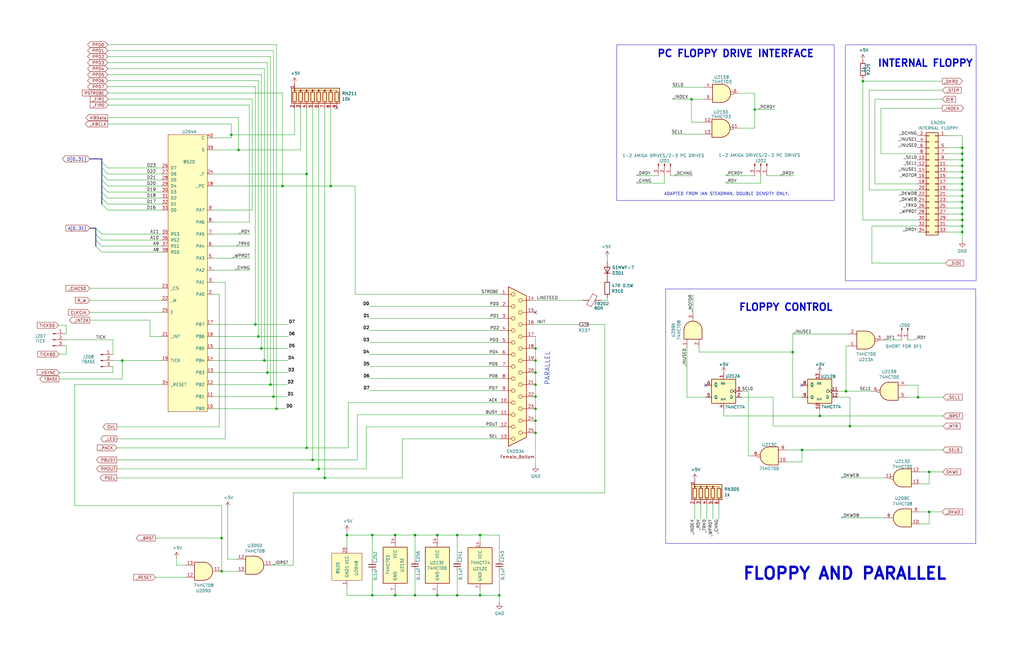
<source format=kicad_sch>
(kicad_sch (version 20231120) (generator "eeschema") (generator_version "8.0")
  (paper "B")
  (title_block (title "AMIGA PCI") (date "2024-05-28") (rev "3.0"))
  (junction (at 363.855 34.29))
  (junction (at 93.472 227.076))
  (junction (at 202.438 225.806))
  (junction (at 93.472 241.046))
  (junction (at 129.286 73.406))
  (junction (at 108.966 141.986))
  (junction (at 210.566 251.206))
  (junction (at 225.806 182.626))
  (junction (at 291.592 41.91))
  (junction (at 391.795 216.027))
  (junction (at 405.765 69.977))
  (junction (at 51.562 152.146))
  (junction (at 405.765 92.837))
  (junction (at 184.404 251.206))
  (junction (at 139.446 78.486))
  (junction (at 405.765 77.597))
  (junction (at 112.776 157.226))
  (junction (at 110.236 147.066))
  (junction (at 387.096 167.64))
  (junction (at 225.806 177.546))
  (junction (at 405.765 67.437))
  (junction (at 405.765 82.677))
  (junction (at 192.786 225.806))
  (junction (at 184.404 225.806))
  (junction (at 225.806 167.386))
  (junction (at 405.765 90.297))
  (junction (at 334.264 148.59))
  (junction (at 114.046 162.306))
  (junction (at 345.694 175.514))
  (junction (at 175.006 225.806))
  (junction (at 405.765 64.897))
  (junction (at 338.201 189.865))
  (junction (at 405.765 72.517))
  (junction (at 358.394 179.832))
  (junction (at 192.786 251.206))
  (junction (at 107.696 136.906))
  (junction (at 202.438 251.206))
  (junction (at 356.743 165.1))
  (junction (at 156.972 225.806))
  (junction (at 225.806 157.226))
  (junction (at 146.304 225.806))
  (junction (at 97.536 56.896))
  (junction (at 134.366 197.866))
  (junction (at 119.126 78.486))
  (junction (at 131.826 194.056))
  (junction (at 166.624 225.806))
  (junction (at 225.806 172.466))
  (junction (at 116.586 172.466))
  (junction (at 405.765 62.357))
  (junction (at 405.765 80.137))
  (junction (at 225.806 162.306))
  (junction (at 100.584 63.246))
  (junction (at 166.624 251.206))
  (junction (at 115.316 167.386))
  (junction (at 405.765 95.377))
  (junction (at 405.765 97.917))
  (junction (at 156.972 251.206))
  (junction (at 225.806 147.066))
  (junction (at 405.765 85.217))
  (junction (at 136.906 201.676))
  (junction (at 405.765 87.757))
  (junction (at 318.262 46.228))
  (junction (at 225.806 152.146))
  (junction (at 129.286 188.976))
  (junction (at 391.795 199.136))
  (junction (at 175.006 251.206))
  (junction (at 111.506 152.146))
  (junction (at 405.765 75.057))
  (no_connect (at 141.986 45.466))
  (no_connect (at 297.561 162.56))
  (no_connect (at 338.074 162.56))
  (no_connect (at 225.806 131.826))
  (bus_entry (at 45.466 75.946) (size -2.54 -2.54))
  (bus_entry (at 45.466 70.866) (size -2.54 -2.54))
  (bus_entry (at 45.466 86.106) (size -2.54 -2.54))
  (bus_entry (at 45.466 73.406) (size -2.54 -2.54))
  (bus_entry (at 42.926 98.806) (size -2.54 -2.54))
  (bus_entry (at 42.926 106.426) (size -2.54 -2.54))
  (bus_entry (at 45.466 88.646) (size -2.54 -2.54))
  (bus_entry (at 45.466 78.486) (size -2.54 -2.54))
  (bus_entry (at 42.926 103.886) (size -2.54 -2.54))
  (bus_entry (at 45.466 81.026) (size -2.54 -2.54))
  (bus_entry (at 42.926 101.346) (size -2.54 -2.54))
  (bus_entry (at 45.466 83.566) (size -2.54 -2.54))
  (wire (pts (xy 399.415 75.057) (xy 405.765 75.057)))
  (wire (pts (xy 358.394 179.832) (xy 326.009 179.832)))
  (wire (pts (xy 371.475 64.897) (xy 371.475 45.72)))
  (wire (pts (xy 283.21 56.642) (xy 296.418 56.642)))
  (wire (pts (xy 155.956 159.766) (xy 210.566 159.766)))
  (wire (pts (xy 280.162 74.168) (xy 280.162 77.343)))
  (wire (pts (xy 256.032 125.476) (xy 256.032 126.746)))
  (wire (pts (xy 280.162 77.343) (xy 268.351 77.343)))
  (wire (pts (xy 331.978 194.945) (xy 338.201 194.945)))
  (wire (pts (xy 45.466 23.876) (xy 114.046 23.876)))
  (wire (pts (xy 405.765 95.377) (xy 405.765 97.917)))
  (wire (pts (xy 27.94 145.923) (xy 27.432 145.923)))
  (bus (pts (xy 42.926 68.326) (xy 42.926 70.866)))
  (wire (pts (xy 123.698 208.026) (xy 255.016 208.026)))
  (wire (pts (xy 139.446 45.466) (xy 139.446 78.486)))
  (wire (pts (xy 45.466 70.866) (xy 68.326 70.866)))
  (wire (pts (xy 399.415 85.217) (xy 405.765 85.217)))
  (wire (pts (xy 154.432 180.086) (xy 154.432 197.866)))
  (wire (pts (xy 155.956 164.846) (xy 210.566 164.846)))
  (wire (pts (xy 89.916 58.166) (xy 97.536 58.166)))
  (wire (pts (xy 107.696 136.906) (xy 121.666 136.906)))
  (wire (pts (xy 110.236 147.066) (xy 89.916 147.066)))
  (wire (pts (xy 334.264 140.97) (xy 334.264 148.59)))
  (wire (pts (xy 334.264 167.64) (xy 334.264 148.59)))
  (wire (pts (xy 106.426 88.646) (xy 89.916 88.646)))
  (wire (pts (xy 399.415 82.677) (xy 405.765 82.677)))
  (wire (pts (xy 399.415 64.897) (xy 405.765 64.897)))
  (wire (pts (xy 45.466 34.036) (xy 108.966 34.036)))
  (wire (pts (xy 386.715 77.597) (xy 368.935 77.597)))
  (wire (pts (xy 382.778 143.51) (xy 385.699 143.51)))
  (wire (pts (xy 405.765 69.977) (xy 405.765 72.517)))
  (wire (pts (xy 97.536 58.166) (xy 97.536 56.896)))
  (wire (pts (xy 49.276 188.976) (xy 129.286 188.976)))
  (wire (pts (xy 124.206 56.896) (xy 97.536 56.896)))
  (wire (pts (xy 282.702 74.168) (xy 291.973 74.168)))
  (wire (pts (xy 24.892 159.893) (xy 51.562 159.893)))
  (wire (pts (xy 169.672 185.166) (xy 169.672 201.676)))
  (wire (pts (xy 391.795 221.107) (xy 391.795 216.027)))
  (wire (pts (xy 108.966 34.036) (xy 108.966 141.986)))
  (wire (pts (xy 399.415 80.137) (xy 405.765 80.137)))
  (wire (pts (xy 105.156 44.323) (xy 45.593 44.323)))
  (wire (pts (xy 368.935 41.91) (xy 397.383 41.91)))
  (bus (pts (xy 37.846 96.266) (xy 40.386 96.266)))
  (wire (pts (xy 63.246 135.128) (xy 37.846 135.128)))
  (wire (pts (xy 47.625 152.146) (xy 51.562 152.146)))
  (wire (pts (xy 405.765 67.437) (xy 405.765 69.977)))
  (wire (pts (xy 311.658 54.102) (xy 318.262 54.102)))
  (wire (pts (xy 366.522 80.137) (xy 366.522 38.1)))
  (wire (pts (xy 300.609 212.725) (xy 300.609 219.075)))
  (wire (pts (xy 318.262 46.228) (xy 318.262 39.37)))
  (bus (pts (xy 40.386 101.346) (xy 40.386 103.886)))
  (wire (pts (xy 399.415 77.597) (xy 405.765 77.597)))
  (wire (pts (xy 45.466 73.406) (xy 68.326 73.406)))
  (wire (pts (xy 89.916 93.726) (xy 105.156 93.726)))
  (wire (pts (xy 124.206 45.466) (xy 124.206 56.896)))
  (wire (pts (xy 114.046 23.876) (xy 114.046 162.306)))
  (wire (pts (xy 65.532 227.076) (xy 93.472 227.076)))
  (wire (pts (xy 96.012 214.376) (xy 96.012 235.966)))
  (wire (pts (xy 405.765 72.517) (xy 405.765 75.057)))
  (wire (pts (xy 192.786 251.206) (xy 202.438 251.206)))
  (wire (pts (xy 326.009 179.832) (xy 326.009 167.64)))
  (wire (pts (xy 363.855 33.147) (xy 363.855 34.29)))
  (wire (pts (xy 97.536 56.896) (xy 97.536 52.324)))
  (wire (pts (xy 253.365 126.746) (xy 256.032 126.746)))
  (wire (pts (xy 42.926 106.426) (xy 68.326 106.426)))
  (wire (pts (xy 175.006 251.206) (xy 184.404 251.206)))
  (wire (pts (xy 334.264 148.59) (xy 294.767 148.59)))
  (wire (pts (xy 45.593 41.783) (xy 106.426 41.783)))
  (wire (pts (xy 225.806 167.386) (xy 225.806 172.466)))
  (wire (pts (xy 27.94 149.479) (xy 24.892 149.479)))
  (wire (pts (xy 146.812 169.926) (xy 146.812 188.976)))
  (wire (pts (xy 202.438 225.806) (xy 202.438 228.6)))
  (wire (pts (xy 386.715 64.897) (xy 371.475 64.897)))
  (wire (pts (xy 45.466 26.416) (xy 112.776 26.416)))
  (wire (pts (xy 27.94 140.843) (xy 27.432 140.843)))
  (wire (pts (xy 184.404 225.806) (xy 192.786 225.806)))
  (wire (pts (xy 146.304 251.206) (xy 146.304 247.396)))
  (wire (pts (xy 405.765 92.837) (xy 405.765 95.377)))
  (wire (pts (xy 315.595 192.405) (xy 316.738 192.405)))
  (wire (pts (xy 121.666 141.986) (xy 108.966 141.986)))
  (wire (pts (xy 318.262 74.168) (xy 305.943 74.168)))
  (wire (pts (xy 49.276 201.676) (xy 136.906 201.676)))
  (wire (pts (xy 318.262 39.37) (xy 311.912 39.37)))
  (wire (pts (xy 289.687 146.939) (xy 289.687 167.64)))
  (wire (pts (xy 97.536 52.324) (xy 45.466 52.324)))
  (wire (pts (xy 371.475 45.72) (xy 397.383 45.72)))
  (wire (pts (xy 169.672 201.676) (xy 136.906 201.676)))
  (wire (pts (xy 225.806 157.226) (xy 225.806 162.306)))
  (wire (pts (xy 387.096 167.64) (xy 397.764 167.64)))
  (wire (pts (xy 405.765 82.677) (xy 405.765 85.217)))
  (wire (pts (xy 74.422 235.585) (xy 74.422 238.506)))
  (wire (pts (xy 382.524 167.64) (xy 387.096 167.64)))
  (wire (pts (xy 68.326 75.946) (xy 45.466 75.946)))
  (wire (pts (xy 121.666 147.066) (xy 110.236 147.066)))
  (wire (pts (xy 353.314 167.64) (xy 358.394 167.64)))
  (wire (pts (xy 112.776 157.226) (xy 89.916 157.226)))
  (wire (pts (xy 399.415 69.977) (xy 405.765 69.977)))
  (wire (pts (xy 63.246 141.986) (xy 63.246 135.128)))
  (wire (pts (xy 116.586 18.796) (xy 116.586 172.466)))
  (wire (pts (xy 146.812 169.926) (xy 210.566 169.926)))
  (bus (pts (xy 42.926 83.566) (xy 42.926 86.106)))
  (wire (pts (xy 391.795 204.216) (xy 391.795 199.136)))
  (wire (pts (xy 338.201 189.865) (xy 397.51 189.865)))
  (wire (pts (xy 51.562 152.146) (xy 68.326 152.146)))
  (wire (pts (xy 166.624 251.206) (xy 175.006 251.206)))
  (wire (pts (xy 399.415 87.757) (xy 405.765 87.757)))
  (wire (pts (xy 405.765 64.897) (xy 405.765 67.437)))
  (wire (pts (xy 105.156 93.726) (xy 105.156 44.323)))
  (wire (pts (xy 89.916 63.246) (xy 100.584 63.246)))
  (wire (pts (xy 312.801 165.1) (xy 315.595 165.1)))
  (wire (pts (xy 202.438 225.806) (xy 210.566 225.806)))
  (wire (pts (xy 45.466 78.486) (xy 68.326 78.486)))
  (wire (pts (xy 225.806 182.626) (xy 225.806 196.596)))
  (wire (pts (xy 149.733 78.486) (xy 149.733 124.206)))
  (bus (pts (xy 40.386 98.806) (xy 40.386 101.346)))
  (wire (pts (xy 318.262 46.228) (xy 318.262 54.102)))
  (wire (pts (xy 68.326 131.826) (xy 37.846 131.826)))
  (wire (pts (xy 156.972 241.3) (xy 156.972 251.206)))
  (wire (pts (xy 255.016 136.906) (xy 255.016 208.026)))
  (wire (pts (xy 42.926 101.346) (xy 68.326 101.346)))
  (wire (pts (xy 345.694 172.72) (xy 345.694 175.514)))
  (wire (pts (xy 192.786 225.806) (xy 202.438 225.806)))
  (wire (pts (xy 115.316 167.386) (xy 121.158 167.386)))
  (wire (pts (xy 154.432 197.866) (xy 134.366 197.866)))
  (wire (pts (xy 345.694 175.514) (xy 397.764 175.514)))
  (wire (pts (xy 291.592 41.91) (xy 291.592 51.562)))
  (wire (pts (xy 399.415 57.277) (xy 405.765 57.277)))
  (wire (pts (xy 89.916 114.046) (xy 105.41 114.046)))
  (wire (pts (xy 68.326 141.986) (xy 63.246 141.986)))
  (wire (pts (xy 399.415 72.517) (xy 405.765 72.517)))
  (wire (pts (xy 387.096 162.56) (xy 387.096 167.64)))
  (wire (pts (xy 399.415 90.297) (xy 405.765 90.297)))
  (wire (pts (xy 368.935 77.597) (xy 368.935 41.91)))
  (wire (pts (xy 92.456 180.086) (xy 92.456 124.206)))
  (wire (pts (xy 225.806 162.306) (xy 225.806 167.386)))
  (bus (pts (xy 42.926 75.946) (xy 42.926 78.486)))
  (wire (pts (xy 292.989 212.725) (xy 292.989 219.075)))
  (wire (pts (xy 225.806 172.466) (xy 225.806 177.546)))
  (wire (pts (xy 338.201 194.945) (xy 338.201 189.865)))
  (wire (pts (xy 155.956 154.686) (xy 210.566 154.686)))
  (wire (pts (xy 366.522 38.1) (xy 397.383 38.1)))
  (wire (pts (xy 294.767 148.59) (xy 294.767 146.939)))
  (wire (pts (xy 107.696 36.576) (xy 107.696 136.906)))
  (wire (pts (xy 134.366 45.466) (xy 134.366 197.866)))
  (wire (pts (xy 175.006 235.966) (xy 175.006 225.806)))
  (wire (pts (xy 354.711 201.676) (xy 372.872 201.676)))
  (wire (pts (xy 386.715 95.377) (xy 367.665 95.377)))
  (wire (pts (xy 248.793 136.906) (xy 255.016 136.906)))
  (wire (pts (xy 405.765 62.357) (xy 405.765 64.897)))
  (wire (pts (xy 320.802 74.168) (xy 320.802 77.343)))
  (wire (pts (xy 399.415 97.917) (xy 405.765 97.917)))
  (wire (pts (xy 356.743 146.05) (xy 356.743 165.1)))
  (wire (pts (xy 92.456 124.206) (xy 89.916 124.206)))
  (wire (pts (xy 126.746 45.466) (xy 126.746 63.246)))
  (wire (pts (xy 94.996 185.166) (xy 49.276 185.166)))
  (wire (pts (xy 388.112 221.107) (xy 391.795 221.107)))
  (wire (pts (xy 111.506 152.146) (xy 121.412 152.146)))
  (wire (pts (xy 108.966 141.986) (xy 89.916 141.986)))
  (wire (pts (xy 45.466 28.956) (xy 111.506 28.956)))
  (wire (pts (xy 175.006 241.046) (xy 175.006 251.206)))
  (wire (pts (xy 367.665 95.377) (xy 367.665 110.998)))
  (wire (pts (xy 156.972 225.806) (xy 166.624 225.806)))
  (wire (pts (xy 99.822 235.966) (xy 96.012 235.966)))
  (wire (pts (xy 123.698 238.506) (xy 123.698 208.026)))
  (wire (pts (xy 27.432 143.383) (xy 47.625 143.383)))
  (wire (pts (xy 129.286 73.406) (xy 129.286 188.976)))
  (wire (pts (xy 175.006 225.806) (xy 184.404 225.806)))
  (wire (pts (xy 45.466 88.646) (xy 68.326 88.646)))
  (wire (pts (xy 298.069 212.725) (xy 298.069 219.075)))
  (wire (pts (xy 68.326 81.026) (xy 45.466 81.026)))
  (wire (pts (xy 27.94 149.479) (xy 27.94 145.923)))
  (wire (pts (xy 93.472 227.076) (xy 93.472 241.046)))
  (wire (pts (xy 156.972 236.22) (xy 156.972 225.806)))
  (wire (pts (xy 93.472 241.046) (xy 99.822 241.046)))
  (wire (pts (xy 25.019 157.226) (xy 47.625 157.226)))
  (wire (pts (xy 155.956 134.366) (xy 210.566 134.366)))
  (wire (pts (xy 192.786 241.046) (xy 192.786 251.206)))
  (bus (pts (xy 40.386 96.266) (xy 40.386 98.806)))
  (wire (pts (xy 225.806 152.146) (xy 225.806 157.226)))
  (wire (pts (xy 93.472 213.36) (xy 31.496 213.36)))
  (wire (pts (xy 225.806 147.066) (xy 225.806 152.146)))
  (wire (pts (xy 45.593 39.243) (xy 119.126 39.243)))
  (wire (pts (xy 114.046 162.306) (xy 89.916 162.306)))
  (wire (pts (xy 112.776 157.226) (xy 121.412 157.226)))
  (wire (pts (xy 131.826 45.466) (xy 131.826 194.056)))
  (wire (pts (xy 405.765 97.917) (xy 405.765 101.727)))
  (wire (pts (xy 31.496 162.306) (xy 68.326 162.306)))
  (wire (pts (xy 291.592 51.562) (xy 296.418 51.562)))
  (wire (pts (xy 27.94 137.287) (xy 27.94 140.843)))
  (wire (pts (xy 166.624 225.806) (xy 175.006 225.806)))
  (wire (pts (xy 156.972 251.206) (xy 166.624 251.206)))
  (wire (pts (xy 391.795 216.027) (xy 388.112 216.027)))
  (wire (pts (xy 49.276 197.866) (xy 134.366 197.866)))
  (wire (pts (xy 399.415 62.357) (xy 405.765 62.357)))
  (wire (pts (xy 27.94 137.287) (xy 24.638 137.287)))
  (wire (pts (xy 210.566 254.508) (xy 210.566 251.206)))
  (wire (pts (xy 405.765 87.757) (xy 405.765 90.297)))
  (wire (pts (xy 146.812 188.976) (xy 129.286 188.976)))
  (wire (pts (xy 47.625 157.226) (xy 47.625 154.686)))
  (wire (pts (xy 334.899 74.168) (xy 323.342 74.168)))
  (wire (pts (xy 256.032 108.458) (xy 256.032 110.236)))
  (wire (pts (xy 149.733 124.206) (xy 210.566 124.206)))
  (wire (pts (xy 386.715 80.137) (xy 366.522 80.137)))
  (wire (pts (xy 45.466 31.496) (xy 110.236 31.496)))
  (wire (pts (xy 31.496 213.36) (xy 31.496 162.306)))
  (wire (pts (xy 116.586 172.466) (xy 89.916 172.466)))
  (wire (pts (xy 89.916 119.126) (xy 94.996 119.126)))
  (wire (pts (xy 405.765 77.597) (xy 405.765 80.137)))
  (wire (pts (xy 115.316 167.386) (xy 89.916 167.386)))
  (wire (pts (xy 399.415 67.437) (xy 405.765 67.437)))
  (wire (pts (xy 116.586 172.466) (xy 120.65 172.466)))
  (wire (pts (xy 37.846 121.666) (xy 68.326 121.666)))
  (wire (pts (xy 45.466 83.566) (xy 68.326 83.566)))
  (wire (pts (xy 363.855 34.29) (xy 397.383 34.29)))
  (wire (pts (xy 107.696 136.906) (xy 89.916 136.906)))
  (wire (pts (xy 353.314 165.1) (xy 356.743 165.1)))
  (wire (pts (xy 372.745 143.51) (xy 380.238 143.51)))
  (wire (pts (xy 42.926 98.806) (xy 68.326 98.806)))
  (wire (pts (xy 51.562 159.893) (xy 51.562 152.146)))
  (wire (pts (xy 49.276 180.086) (xy 92.456 180.086)))
  (wire (pts (xy 225.806 136.906) (xy 243.713 136.906)))
  (wire (pts (xy 155.829 129.286) (xy 210.566 129.286)))
  (wire (pts (xy 382.524 162.56) (xy 387.096 162.56)))
  (wire (pts (xy 295.529 212.725) (xy 295.529 219.075)))
  (wire (pts (xy 169.672 185.166) (xy 210.566 185.166)))
  (wire (pts (xy 150.622 175.006) (xy 210.566 175.006)))
  (wire (pts (xy 89.916 152.146) (xy 111.506 152.146)))
  (wire (pts (xy 202.438 251.206) (xy 210.566 251.206)))
  (wire (pts (xy 225.806 141.986) (xy 225.806 147.066)))
  (wire (pts (xy 331.978 189.865) (xy 338.201 189.865)))
  (wire (pts (xy 225.806 177.546) (xy 225.806 182.626)))
  (bus (pts (xy 42.926 73.406) (xy 42.926 75.946)))
  (wire (pts (xy 388.112 199.136) (xy 391.795 199.136)))
  (wire (pts (xy 210.566 235.966) (xy 210.566 225.806)))
  (wire (pts (xy 156.972 225.806) (xy 146.304 225.806)))
  (wire (pts (xy 405.765 75.057) (xy 405.765 77.597)))
  (wire (pts (xy 115.316 21.336) (xy 115.316 167.386)))
  (wire (pts (xy 305.181 175.514) (xy 345.694 175.514)))
  (wire (pts (xy 283.464 41.91) (xy 291.592 41.91)))
  (wire (pts (xy 112.776 26.416) (xy 112.776 157.226)))
  (wire (pts (xy 268.351 74.168) (xy 277.622 74.168)))
  (wire (pts (xy 292.227 124.206) (xy 292.227 131.699)))
  (wire (pts (xy 397.256 216.027) (xy 391.795 216.027)))
  (wire (pts (xy 89.916 78.486) (xy 119.126 78.486)))
  (wire (pts (xy 405.765 90.297) (xy 405.765 92.837)))
  (wire (pts (xy 356.743 146.05) (xy 357.505 146.05)))
  (wire (pts (xy 146.304 225.806) (xy 146.304 230.886)))
  (wire (pts (xy 399.415 95.377) (xy 405.765 95.377)))
  (wire (pts (xy 318.262 46.228) (xy 326.898 46.228)))
  (bus (pts (xy 42.926 81.026) (xy 42.926 83.566)))
  (wire (pts (xy 45.466 36.576) (xy 107.696 36.576)))
  (bus (pts (xy 42.926 78.486) (xy 42.926 81.026)))
  (wire (pts (xy 338.074 167.64) (xy 334.264 167.64)))
  (wire (pts (xy 45.466 18.796) (xy 116.586 18.796)))
  (wire (pts (xy 296.672 41.91) (xy 291.592 41.91)))
  (wire (pts (xy 289.687 167.64) (xy 297.561 167.64)))
  (wire (pts (xy 358.394 179.832) (xy 397.764 179.832)))
  (wire (pts (xy 106.426 41.783) (xy 106.426 88.646)))
  (wire (pts (xy 315.595 165.1) (xy 315.595 192.405)))
  (wire (pts (xy 399.415 92.837) (xy 405.765 92.837)))
  (wire (pts (xy 94.996 119.126) (xy 94.996 185.166)))
  (wire (pts (xy 139.446 78.486) (xy 149.733 78.486)))
  (wire (pts (xy 225.806 126.746) (xy 245.745 126.746)))
  (wire (pts (xy 68.326 86.106) (xy 45.466 86.106)))
  (wire (pts (xy 405.765 57.277) (xy 405.765 62.357)))
  (wire (pts (xy 74.422 238.506) (xy 78.232 238.506)))
  (wire (pts (xy 110.236 31.496) (xy 110.236 147.066)))
  (wire (pts (xy 320.802 77.343) (xy 305.943 77.343)))
  (wire (pts (xy 202.438 251.206) (xy 202.438 248.92)))
  (bus (pts (xy 42.926 70.866) (xy 42.926 73.406)))
  (wire (pts (xy 89.916 103.886) (xy 105.41 103.886)))
  (wire (pts (xy 136.906 45.466) (xy 136.906 201.676)))
  (wire (pts (xy 150.622 194.056) (xy 131.826 194.056)))
  (wire (pts (xy 89.916 73.406) (xy 129.286 73.406)))
  (wire (pts (xy 356.743 165.1) (xy 367.284 165.1)))
  (wire (pts (xy 303.149 212.725) (xy 303.149 219.075)))
  (wire (pts (xy 100.584 63.246) (xy 100.584 49.657)))
  (wire (pts (xy 155.829 139.446) (xy 210.566 139.446)))
  (wire (pts (xy 367.665 110.998) (xy 398.78 110.998)))
  (wire (pts (xy 388.112 204.216) (xy 391.795 204.216)))
  (wire (pts (xy 119.126 39.243) (xy 119.126 78.486)))
  (wire (pts (xy 45.466 49.657) (xy 100.584 49.657)))
  (wire (pts (xy 45.466 21.336) (xy 115.316 21.336)))
  (wire (pts (xy 115.062 238.506) (xy 123.698 238.506)))
  (wire (pts (xy 65.532 243.586) (xy 78.232 243.586)))
  (wire (pts (xy 210.566 241.046) (xy 210.566 251.206)))
  (wire (pts (xy 156.972 251.206) (xy 146.304 251.206)))
  (wire (pts (xy 405.765 80.137) (xy 405.765 82.677)))
  (wire (pts (xy 192.786 235.966) (xy 192.786 225.806)))
  (wire (pts (xy 334.264 140.97) (xy 357.505 140.97)))
  (wire (pts (xy 386.715 92.837) (xy 363.855 92.837)))
  (wire (pts (xy 305.181 175.514) (xy 305.181 172.72)))
  (wire (pts (xy 326.009 167.64) (xy 312.801 167.64)))
  (wire (pts (xy 119.126 78.486) (xy 139.446 78.486)))
  (wire (pts (xy 391.795 199.136) (xy 397.51 199.136)))
  (wire (pts (xy 405.765 85.217) (xy 405.765 87.757)))
  (wire (pts (xy 358.394 167.64) (xy 358.394 179.832)))
  (wire (pts (xy 155.829 149.606) (xy 210.566 149.606)))
  (wire (pts (xy 184.404 251.206) (xy 192.786 251.206)))
  (bus (pts (xy 42.926 67.056) (xy 37.846 67.056)))
  (wire (pts (xy 89.916 98.806) (xy 105.41 98.806)))
  (wire (pts (xy 111.506 28.956) (xy 111.506 152.146)))
  (wire (pts (xy 155.829 144.526) (xy 210.566 144.526)))
  (bus (pts (xy 42.926 67.056) (xy 42.926 68.326)))
  (wire (pts (xy 47.625 143.383) (xy 47.625 149.606)))
  (wire (pts (xy 154.432 180.086) (xy 210.566 180.086)))
  (wire (pts (xy 49.276 194.056) (xy 131.826 194.056)))
  (wire (pts (xy 100.584 63.246) (xy 126.746 63.246)))
  (wire (pts (xy 89.916 108.966) (xy 105.41 108.966)))
  (wire (pts (xy 37.846 126.746) (xy 68.326 126.746)))
  (wire (pts (xy 283.464 36.83) (xy 296.672 36.83)))
  (wire (pts (xy 93.472 227.076) (xy 93.472 213.36)))
  (wire (pts (xy 129.286 45.466) (xy 129.286 73.406)))
  (wire (pts (xy 150.622 175.006) (xy 150.622 194.056)))
  (wire (pts (xy 363.855 34.29) (xy 363.855 92.837)))
  (wire (pts (xy 68.326 103.886) (xy 42.926 103.886)))
  (wire (pts (xy 114.046 162.306) (xy 121.158 162.306)))
  (wire (pts (xy 354.711 218.567) (xy 372.872 218.567)))
  (wire (pts (xy 146.304 224.282) (xy 146.304 225.806)))
  (rectangle (start 280.67 121.92) (end 411.48 229.362))
  (rectangle (start 260.096 18.923) (end 351.79 84.582))
  (rectangle (start 356.489 18.923) (end 411.607 118.491))
  (text "FLOPPY AND PARALLEL" (at 312.928 245.11 0) (effects (font (size 5.0038 5.0038) (thickness 1.0008) (bold yes)) (justify left bottom)))
  (text "PC FLOPPY DRIVE INTERFACE" (at 276.987 24.511 0) (effects (font (size 3 3) (thickness 0.6) (bold yes)) (justify left bottom)))
  (text "ADAPTED FROM IAN STEADMAN. DOUBLE DENSITY ONLY." (at 280.035 82.677 0) (effects (font (size 1.27 1.27)) (justify left bottom)))
  (text "INTERNAL FLOPPY" (at 369.951 28.575 0) (effects (font (size 3 3) (thickness 0.6) (bold yes)) (justify left bottom)))
  (text "PARALLEL" (at 232.029 148.336 90) (effects (font (size 2.0066 2.0066)) (justify right bottom)))
  (text "FLOPPY CONTROL" (at 311.404 131.572 0) (effects (font (size 3 3) (bold yes)) (justify left bottom)))
  (label "D1" (at 155.956 134.366 180) (effects (font (bold yes))))
  (label "D4" (at 155.829 149.606 180) (effects (font (bold yes))))
  (label "_TRK0" (at 386.715 87.757 180))
  (label "_TRK0" (at 298.069 219.075 270))
  (label "_INDEX" (at 283.464 41.91 0))
  (label "LINEFEED" (at 226.314 126.746 0))
  (label "D2" (at 155.829 139.446 180) (effects (font (bold yes))))
  (label "SEL1" (at 367.284 165.1 180))
  (label "_DRDY" (at 386.715 97.917 180))
  (label "_SEL1" (at 386.715 69.977 180))
  (label "D7" (at 121.666 136.906 0) (effects (font (bold yes))))
  (label "PD1" (at 210.566 134.366 180))
  (label "A10" (at 67.056 101.346 180) (effects (font (size 1.2954 1.2954))))
  (label "D20" (at 65.786 78.486 180) (effects (font (size 1.2954 1.2954))))
  (label "PD6" (at 210.058 159.766 180))
  (label "_IORST" (at 115.062 238.506 0))
  (label "D21" (at 65.786 75.946 180) (effects (font (size 1.2954 1.2954))))
  (label "D3" (at 121.412 157.226 0) (effects (font (bold yes))))
  (label "SEL" (at 209.804 185.166 180))
  (label "_CHNG" (at 105.41 114.046 180))
  (label "_DRDY" (at 268.351 74.168 0))
  (label "PD7" (at 209.931 164.846 180))
  (label "D16" (at 65.786 88.646 180) (effects (font (size 1.2954 1.2954))))
  (label "D2" (at 121.158 162.306 0) (effects (font (bold yes))))
  (label "_DKWEB" (at 354.711 201.676 0))
  (label "A9" (at 67.056 103.886 180) (effects (font (size 1.2954 1.2954))))
  (label "_MOTOR" (at 292.227 124.206 270))
  (label "_WPROT" (at 300.609 219.075 270))
  (label "BUSY" (at 209.804 175.006 180))
  (label "PD2" (at 210.566 139.446 180))
  (label "D6" (at 121.666 141.986 0) (effects (font (bold yes))))
  (label "PD3" (at 210.312 144.526 180))
  (label "_MOTOR" (at 386.715 75.057 180))
  (label "_RDY" (at 305.943 77.343 0))
  (label "PD5" (at 210.058 154.686 180))
  (label "_RDY" (at 295.529 219.075 270))
  (label "_INUSE1" (at 386.715 59.817 180))
  (label "_SEL0" (at 386.715 67.437 180))
  (label "STROBE" (at 210.312 124.206 180))
  (label "_DCHNG" (at 386.715 57.277 180))
  (label "D0" (at 155.829 129.286 180) (effects (font (bold yes))))
  (label "PD0" (at 210.439 129.286 180))
  (label "_INUSE1" (at 386.715 72.517 180))
  (label "_CHNG" (at 303.149 219.075 270))
  (label "D4" (at 121.412 152.146 0) (effects (font (bold yes))))
  (label "_DCHNG" (at 291.973 74.168 180))
  (label "_INUSE0" (at 386.715 62.357 180))
  (label "_INDEX" (at 292.989 219.075 270))
  (label "INIT" (at 226.314 136.906 0))
  (label "D5" (at 121.666 147.066 0) (effects (font (bold yes))))
  (label "_DKWEB" (at 386.715 85.217 180))
  (label "D22" (at 65.786 73.406 180) (effects (font (size 1.2954 1.2954))))
  (label "D19" (at 65.786 81.026 180) (effects (font (size 1.2954 1.2954))))
  (label "_WPROT" (at 105.41 108.966 180))
  (label "_INUSE0" (at 289.687 146.939 270))
  (label "_PCRDY" (at 326.898 46.228 180))
  (label "_DKWDB" (at 354.711 218.567 0))
  (label "A11" (at 67.056 98.806 180) (effects (font (size 1.2954 1.2954))))
  (label "_WPROT" (at 386.715 90.297 180))
  (label "D23" (at 65.786 70.866 180) (effects (font (size 1.2954 1.2954))))
  (label "SEL0" (at 312.801 165.1 0))
  (label "_DRDY" (at 334.899 74.168 180))
  (label "_CHNG" (at 268.351 77.343 0))
  (label "_RDY" (at 105.41 98.806 180))
  (label "D0" (at 120.65 172.466 0) (effects (font (bold yes))))
  (label "PD4" (at 210.185 149.606 180))
  (label "_INUSE1" (at 334.264 140.97 0))
  (label "POUT" (at 209.931 180.086 180))
  (label "D17" (at 65.786 86.106 180) (effects (font (size 1.2954 1.2954))))
  (label "D1" (at 121.158 167.386 0) (effects (font (bold yes))))
  (label "D18" (at 65.786 83.566 180) (effects (font (size 1.2954 1.2954))))
  (label "A8" (at 67.056 106.426 180) (effects (font (size 1.2954 1.2954))))
  (label "D3" (at 155.829 144.526 180) (effects (font (bold yes))))
  (label "SEL0" (at 283.464 36.83 0))
  (label "TICK" (at 44.704 143.383 180))
  (label "_TRK0" (at 105.41 103.886 180))
  (label "_RDY" (at 385.699 143.51 0))
  (label "SEL1" (at 283.21 56.642 0))
  (label "D7" (at 155.956 164.846 180) (effects (font (bold yes))))
  (label "_PCRDY" (at 305.943 74.168 0))
  (label "_DF1" (at 372.745 143.51 0))
  (label "ACK" (at 209.931 169.926 180))
  (label "D5" (at 155.956 154.686 180) (effects (font (bold yes))))
  (label "_DKWDB" (at 386.715 82.677 180))
  (label "D6" (at 155.956 159.766 180) (effects (font (bold yes))))
  (global_label "PPOUT" (shape output) (at 49.276 197.866 180) (property "Intersheetrefs" "${INTERSHEET_REFS}" (at 40.2016 197.866 0) (effects (justify right))))
  (global_label "_VSYNC" (shape input) (at 25.019 157.226 180) (property "Intersheetrefs" "${INTERSHEET_REFS}" (at 20.32 154.813 0) (effects (justify right))))
  (global_label "PPD0" (shape bidirectional) (at 45.466 18.796 180) (property "Intersheetrefs" "${INTERSHEET_REFS}" (at 36.4294 18.796 0) (effects (justify right))))
  (global_label "PPD5" (shape bidirectional) (at 45.466 31.496 180) (property "Intersheetrefs" "${INTERSHEET_REFS}" (at 36.4294 31.496 0) (effects (justify right))))
  (global_label "PPD3" (shape bidirectional) (at 45.466 26.416 180) (property "Intersheetrefs" "${INTERSHEET_REFS}" (at 36.4294 26.416 0) (effects (justify right))))
  (global_label "_FIR1" (shape input) (at 45.593 41.783 180) (property "Intersheetrefs" "${INTERSHEET_REFS}" (at 37.5467 41.783 0) (effects (justify right))))
  (global_label "TBASE" (shape output) (at 24.892 159.893 180) (property "Intersheetrefs" "${INTERSHEET_REFS}" (at 16.3015 159.893 0) (effects (justify right))))
  (global_label "PPD2" (shape bidirectional) (at 45.466 23.876 180) (property "Intersheetrefs" "${INTERSHEET_REFS}" (at 36.4294 23.876 0) (effects (justify right))))
  (global_label "TICK50" (shape input) (at 24.638 137.287 180) (property "Intersheetrefs" "${INTERSHEET_REFS}" (at 17.018 137.287 0) (effects (justify right))))
  (global_label "_SEL1" (shape input) (at 397.764 167.64 0) (property "Intersheetrefs" "${INTERSHEET_REFS}" (at 406.2335 167.64 0) (effects (justify left))))
  (global_label "_INDEX" (shape output) (at 397.383 45.72 0) (property "Intersheetrefs" "${INTERSHEET_REFS}" (at 406.8202 45.72 0) (effects (justify left))))
  (global_label "_STEP" (shape input) (at 397.383 38.1 0) (property "Intersheetrefs" "${INTERSHEET_REFS}" (at 405.8525 38.1 0) (effects (justify left))))
  (global_label "_CIACS0" (shape input) (at 37.846 121.666 180) (property "Intersheetrefs" "${INTERSHEET_REFS}" (at 27.2408 121.666 0) (effects (justify right))))
  (global_label "_LED" (shape output) (at 49.276 185.166 180) (property "Intersheetrefs" "${INTERSHEET_REFS}" (at 41.9555 185.166 0) (effects (justify right))))
  (global_label "_RESET" (shape input) (at 65.532 243.586 180) (property "Intersheetrefs" "${INTERSHEET_REFS}" (at 55.9135 243.586 0) (effects (justify right))))
  (global_label "DIR" (shape input) (at 397.383 41.91 0) (property "Intersheetrefs" "${INTERSHEET_REFS}" (at 403.4336 41.91 0) (effects (justify left))))
  (global_label "A[0..31]" (shape input) (at 37.846 96.266 180) (property "Intersheetrefs" "${INTERSHEET_REFS}" (at 40.005 93.345 0) (effects (justify right))))
  (global_label "_SEL0" (shape input) (at 397.51 189.865 0) (property "Intersheetrefs" "${INTERSHEET_REFS}" (at 405.9795 189.865 0) (effects (justify left))))
  (global_label "_DKRD" (shape output) (at 397.383 34.29 0) (property "Intersheetrefs" "${INTERSHEET_REFS}" (at 406.3364 34.29 0) (effects (justify left))))
  (global_label "_PACK" (shape input) (at 49.276 188.976 180) (property "Intersheetrefs" "${INTERSHEET_REFS}" (at 40.504 188.976 0) (effects (justify right))))
  (global_label "_INT2A" (shape output) (at 37.846 135.128 180) (property "Intersheetrefs" "${INTERSHEET_REFS}" (at 28.6922 135.128 0) (effects (justify right))))
  (global_label "_BRST" (shape output) (at 65.532 227.076 180) (property "Intersheetrefs" "${INTERSHEET_REFS}" (at 56.9415 227.076 0) (effects (justify right))))
  (global_label "_KBCLK" (shape output) (at 45.466 52.324 180) (property "Intersheetrefs" "${INTERSHEET_REFS}" (at 35.4845 52.324 0) (effects (justify right))))
  (global_label "PPD4" (shape bidirectional) (at 45.466 28.956 180) (property "Intersheetrefs" "${INTERSHEET_REFS}" (at 36.4294 28.956 0) (effects (justify right))))
  (global_label "PPD1" (shape bidirectional) (at 45.466 21.336 180) (property "Intersheetrefs" "${INTERSHEET_REFS}" (at 36.4294 21.336 0) (effects (justify right))))
  (global_label "PBUSY" (shape output) (at 49.276 194.056 180) (property "Intersheetrefs" "${INTERSHEET_REFS}" (at 40.2016 194.056 0) (effects (justify right))))
  (global_label "D[0..31]" (shape bidirectional) (at 37.846 67.056 180) (effects (font (size 1.2954 1.2954))) (property "Intersheetrefs" "${INTERSHEET_REFS}" (at 42.545 64.008 0) (effects (justify right))))
  (global_label "_SIDE" (shape input) (at 398.78 110.998 0) (property "Intersheetrefs" "${INTERSHEET_REFS}" (at 406.8867 110.998 0) (effects (justify left))))
  (global_label "TICK60" (shape input) (at 24.892 149.479 180) (property "Intersheetrefs" "${INTERSHEET_REFS}" (at 17.526 149.479 0) (effects (justify right))))
  (global_label "PSEL" (shape output) (at 49.276 201.676 180) (property "Intersheetrefs" "${INTERSHEET_REFS}" (at 41.7136 201.676 0) (effects (justify right))))
  (global_label "_DKWD" (shape input) (at 397.256 216.027 0) (property "Intersheetrefs" "${INTERSHEET_REFS}" (at 406.3908 216.027 0) (effects (justify left))))
  (global_label "PPD7" (shape bidirectional) (at 45.466 36.576 180) (property "Intersheetrefs" "${INTERSHEET_REFS}" (at 36.4294 36.576 0) (effects (justify right))))
  (global_label "CLKCIA" (shape input) (at 37.846 131.826 180) (property "Intersheetrefs" "${INTERSHEET_REFS}" (at 28.4087 131.826 0) (effects (justify right))))
  (global_label "PPD6" (shape bidirectional) (at 45.466 34.036 180) (property "Intersheetrefs" "${INTERSHEET_REFS}" (at 36.4294 34.036 0) (effects (justify right))))
  (global_label "OVL" (shape output) (at 49.276 180.086 180) (property "Intersheetrefs" "${INTERSHEET_REFS}" (at 42.923 180.086 0) (effects (justify right))))
  (global_label "_MTR" (shape input) (at 397.764 179.832 0) (property "Intersheetrefs" "${INTERSHEET_REFS}" (at 405.3264 179.832 0) (effects (justify left))))
  (global_label "DKWE" (shape input) (at 397.51 199.136 0) (property "Intersheetrefs" "${INTERSHEET_REFS}" (at 405.5562 199.136 0) (effects (justify left))))
  (global_label "KBData" (shape output) (at 45.466 49.657 180) (property "Intersheetrefs" "${INTERSHEET_REFS}" (at 35.7265 49.657 0) (effects (justify right))))
  (global_label "R_W" (shape input) (at 37.846 126.746 180) (property "Intersheetrefs" "${INTERSHEET_REFS}" (at 31.75 126.746 0) (effects (justify right))))
  (global_label "_FIR0" (shape input) (at 45.593 44.323 180) (property "Intersheetrefs" "${INTERSHEET_REFS}" (at 37.5467 44.323 0) (effects (justify right))))
  (global_label "PSTROBE" (shape input) (at 45.593 39.243 180) (property "Intersheetrefs" "${INTERSHEET_REFS}" (at 34.2206 39.243 0) (effects (justify right))))
  (global_label "_BRST" (shape input) (at 397.764 175.514 0) (property "Intersheetrefs" "${INTERSHEET_REFS}" (at 406.3545 175.514 0) (effects (justify left))))
  (symbol (lib_id "power:+5V") (at 345.694 157.48 0) (unit 1)
    (property "Reference" "#PWR0131" (effects (hide yes)))
    (property "Value" "+5V" (at 345.694 153.797 0))
    (instances (project "AmigaPCI Mainboard" (path "" (reference "#PWR0131") (unit 1))) (project "2000ATX" (path "" (reference "#PWR0373") (unit 1))))
  )
  (symbol (lib_id "Device:R_Network08") (at 134.366 40.386 0) (unit 1)
    (property "Reference" "RN211" (at 144.145 39.4716 0) (effects (justify left)))
    (property "Value" "10k" (at 144.145 41.783 0) (effects (justify left)))
    (property "Footprint" "Resistor_THT:R_Array_SIP9" (effects (hide yes)))
    (property "Datasheet" "http://www.vishay.com/docs/31509/csc.pdf" (effects (hide yes)))
    (instances (project "AmigaPCI Mainboard" (path "" (reference "RN211") (unit 1))) (project "2000ATX" (path "" (reference "RN300") (unit 1))))
  )
  (symbol (lib_id "Diode:1N4001") (at 256.032 114.046 270) (mirror x) (unit 1)
    (property "Reference" "D301" (at 258.064 115.2144 90) (effects (justify left)))
    (property "Value" "S1MWF-7" (at 258.064 112.903 90) (effects (justify left)))
    (property "Footprint" "Diode_SMD:D_SOD-123F" (effects (hide yes)))
    (property "Datasheet" "http://www.vishay.com/docs/88503/1n4001.pdf" (effects (hide yes)))
  )
  (symbol (lib_id "power:+5V") (at 124.206 35.306 0) (unit 1)
    (property "Reference" "#PWR0117" (effects (hide yes)))
    (property "Value" "+5V" (at 124.587 30.9118 0))
    (instances (project "AmigaPCI Mainboard" (path "" (reference "#PWR0117") (unit 1))) (project "2000ATX" (path "" (reference "#PWR0363") (unit 1))))
  )
  (symbol (lib_id "Connector:Conn_01x03_Pin") (at 280.162 69.088 270) (unit 1)
    (property "Reference" "J201" (at 282.448 67.818 90) (effects (justify right)))
    (property "Value" "1-2 AMIGA DRIVES/2-3 PC DRIVES" (at 297.053 65.659 90) (effects (justify right)))
    (property "Footprint" "Connector_PinHeader_2.54mm:PinHeader_1x03_P2.54mm_Vertical" (effects (hide yes)))
    (instances (project "AmigaPCI Mainboard" (path "" (reference "J201") (unit 1))) (project "2000ATX" (path "" (reference "J301") (unit 1)) (path "" (reference "J301") (unit 1))))
  )
  (symbol (lib_id "power:+5V") (at 292.989 202.565 0) (unit 1)
    (property "Reference" "#PWR0123" (effects (hide yes)))
    (property "Value" "+5V" (at 293.37 198.1708 0))
    (instances (project "AmigaPCI Mainboard" (path "" (reference "#PWR0123") (unit 1))) (project "2000ATX" (path "" (reference "#PWR0376") (unit 1))))
  )
  (symbol (lib_id "AmigaPCI-Symbols:MOS 8520") (at 79.756 108.966 0) (unit 1)
    (property "Reference" "U204" (at 79.756 55.626 0))
    (property "Value" "8520" (at 79.756 68.326 0))
    (property "Footprint" "Package_DIP:DIP-40_W15.24mm_Socket" (effects (hide yes)))
    (instances (project "AmigaPCI Mainboard" (path "" (reference "U204") (unit 1))) (project "2000ATX" (path "" (reference "U300") (unit 1))))
  )
  (symbol (lib_id "Device:C_Small") (at 175.006 238.506 180) (unit 1)
    (property "Reference" "C256" (at 176.276 237.49 90) (effects (justify right)))
    (property "Value" "0.1uF" (at 176.403 244.856 90) (effects (justify right)))
    (property "Footprint" "Capacitor_SMD:C_0603_1608Metric" (effects (hide yes)))
    (instances (project "AmigaPCI Mainboard" (path "" (reference "C256") (unit 1))) (project "2000ATX" (path "" (reference "C203") (unit 1))))
  )
  (symbol (lib_id "Device:R") (at 363.855 29.337 0) (unit 1)
    (property "Reference" "R225" (at 366.141 31.877 90) (effects (justify left)))
    (property "Value" "1k" (at 364.109 30.607 90) (effects (justify left)))
    (property "Footprint" "Resistor_SMD:R_0603_1608Metric" (effects (hide yes)))
    (instances (project "AmigaPCI Mainboard" (path "" (reference "R225") (unit 1))) (project "2000ATX" (path "" (reference "R301") (unit 1))))
  )
  (symbol (lib_id "AmigaPCI-Symbols:Ferrite_Bead") (at 249.555 126.746 270) (unit 1)
    (property "Reference" "FB202" (at 253.746 128.143 90))
    (property "Value" "80R" (at 252.476 130.0734 90))
    (property "Footprint" "Capacitor_SMD:C_0805_2012Metric" (effects (hide yes)))
    (instances (project "AmigaPCI Mainboard" (path "" (reference "FB202") (unit 1))) (project "2000ATX" (path "" (reference "FB401") (unit 1)) (path "" (reference "FB401") (unit 1))))
  )
  (symbol (lib_id "AmigaPCI-Symbols:DB25_Stack_FemaleAndMale") (at 218.186 154.686 0) (unit 1)
    (property "Reference" "CN203" (at 217.297 190.4746 0))
    (property "Value" "DB25_Stack_FemaleAndMale" (effects (hide yes)))
    (property "Footprint" "AmigaPCI:DSUB-25_Stack_Female_Bottom_Male_Top" (effects (hide yes)))
    (property "Datasheet" " ~" (effects (hide yes)))
    (instances (project "AmigaPCI Mainboard" (path "" (reference "CN203") (unit 1))) (project "2000ATX" (path "" (reference "CN305") (unit 1))))
  )
  (symbol (lib_id "Device:C_Small") (at 192.786 238.506 180) (unit 1)
    (property "Reference" "C241" (at 194.056 237.49 90) (effects (justify right)))
    (property "Value" "0.1uF" (at 194.183 244.856 90) (effects (justify right)))
    (property "Footprint" "Capacitor_SMD:C_0603_1608Metric" (effects (hide yes)))
    (instances (project "AmigaPCI Mainboard" (path "" (reference "C241") (unit 1))) (project "2000ATX" (path "" (reference "C203") (unit 1))))
  )
  (symbol (lib_id "power:+5V") (at 96.012 214.376 0) (unit 1)
    (property "Reference" "#PWR0116" (effects (hide yes)))
    (property "Value" "+5V" (at 96.393 209.9818 0))
    (instances (project "AmigaPCI Mainboard" (path "" (reference "#PWR0116") (unit 1))) (project "2000ATX" (path "" (reference "#PWR0368") (unit 1))))
  )
  (symbol (lib_id "74xx:74LS74") (at 345.694 165.1 180) (unit 2)
    (property "Reference" "U212" (at 349.25 158.877 0))
    (property "Value" "74HCT74" (at 350.393 171.704 0))
    (property "Footprint" "Package_SO:SOIC-14_3.9x8.7mm_P1.27mm" (effects (hide yes)))
    (property "Datasheet" "74xx/74hc_hct74.pdf" (effects (hide yes)))
    (instances (project "AmigaPCI Mainboard" (path "" (reference "U212") (unit 2))) (project "2000ATX" (path "" (reference "U108") (unit 2))))
  )
  (symbol (lib_id "74xx:74LS08") (at 85.852 241.046 0) (mirror x) (unit 4)
    (property "Reference" "U209" (at 85.852 249.301 0))
    (property "Value" "74HCT08" (at 85.852 246.9896 0))
    (property "Footprint" "Package_SO:TSSOP-14_4.4x5mm_P0.65mm" (effects (hide yes)))
    (property "Datasheet" "http://www.ti.com/lit/gpn/sn74LS08" (effects (hide yes)))
  )
  (symbol (lib_id "74xx:74LS74") (at 305.181 165.1 180) (unit 1)
    (property "Reference" "U212" (at 308.991 158.75 0))
    (property "Value" "74HCT74" (at 309.88 171.831 0))
    (property "Footprint" "Package_SO:SOIC-14_3.9x8.7mm_P1.27mm" (effects (hide yes)))
    (property "Datasheet" "74xx/74hc_hct74.pdf" (effects (hide yes)))
    (instances (project "AmigaPCI Mainboard" (path "" (reference "U212") (unit 1))) (project "2000ATX" (path "" (reference "U108") (unit 2))))
  )
  (symbol (lib_id "74xx:74LS08") (at 107.442 238.506 0) (unit 4)
    (property "Reference" "U305" (at 107.442 230.251 0))
    (property "Value" "74HCT08" (at 107.442 232.5624 0))
    (property "Footprint" "Package_SO:TSSOP-14_4.4x5mm_P0.65mm" (effects (hide yes)))
    (property "Datasheet" "http://www.ti.com/lit/gpn/sn74LS08" (effects (hide yes)))
  )
  (symbol (lib_id "74xx:74LS03") (at 304.292 39.37 0) (unit 2)
    (property "Reference" "U215" (at 304.2837 32.5501 0))
    (property "Value" "74HCT03" (at 304.2837 34.4711 0))
    (property "Footprint" "Package_SO:TSSOP-14_4.4x5mm_P0.65mm" (effects (hide yes)))
    (property "Datasheet" "http://www.ti.com/lit/gpn/sn74LS03" (effects (hide yes)))
  )
  (symbol (lib_id "74xx:74LS00") (at 324.358 192.405 0) (mirror y) (unit 3)
    (property "Reference" "U213" (at 324.485 187.706 0))
    (property "Value" "74HCT00" (at 324.358 197.739 0))
    (property "Footprint" "Package_SO:TSSOP-14_4.4x5mm_P0.65mm" (effects (hide yes)))
    (property "Datasheet" "http://www.ti.com/lit/gpn/sn74ls00" (effects (hide yes)))
    (instances (project "AmigaPCI Mainboard" (path "" (reference "U213") (unit 3))) (project "2000ATX" (path "" (reference "U900") (unit 2))))
  )
  (symbol (lib_id "power:+5V") (at 363.855 25.527 0) (unit 1)
    (property "Reference" "#PWR0126" (effects (hide yes)))
    (property "Value" "+5V" (at 364.236 21.1328 0))
    (instances (project "AmigaPCI Mainboard" (path "" (reference "#PWR0126") (unit 1))) (project "2000ATX" (path "" (reference "#PWR0375") (unit 1))))
  )
  (symbol (lib_id "AmigaPCI-Symbols:MOS 8520") (at 146.304 239.776 0) (unit 2)
    (property "Reference" "U204" (at 150.241 242.951 90) (effects (justify left)))
    (property "Value" "8520" (at 142.494 242.189 90) (effects (justify left)))
    (property "Footprint" "Package_DIP:DIP-40_W15.24mm_Socket" (effects (hide yes)))
    (instances (project "AmigaPCI Mainboard" (path "" (reference "U204") (unit 2))) (project "2000ATX" (path "" (reference "U300") (unit 2))))
  )
  (symbol (lib_id "74xx:74LS00") (at 184.404 238.506 0) (mirror y) (unit 5)
    (property "Reference" "U213" (at 184.277 237.49 0))
    (property "Value" "74HCT00" (at 184.277 239.776 0))
    (property "Footprint" "Package_SO:TSSOP-14_4.4x5mm_P0.65mm" (effects (hide yes)))
    (property "Datasheet" "http://www.ti.com/lit/gpn/sn74ls00" (effects (hide yes)))
    (instances (project "AmigaPCI Mainboard" (path "" (reference "U213") (unit 5))) (project "2000ATX" (path "" (reference "U900") (unit 2))))
  )
  (symbol (lib_id "power:+5V") (at 74.422 235.585 0) (unit 1)
    (property "Reference" "#PWR0115" (effects (hide yes)))
    (property "Value" "+5V" (at 74.803 231.1908 0))
    (instances (project "AmigaPCI Mainboard" (path "" (reference "#PWR0115") (unit 1))) (project "2000ATX" (path "" (reference "#PWR0367") (unit 1))))
  )
  (symbol (lib_id "Device:R_Small") (at 246.253 136.906 270) (unit 1)
    (property "Reference" "R237" (at 243.84 139.446 90) (effects (justify left)))
    (property "Value" "47R" (at 245.237 137.033 90) (effects (font (size 1 1)) (justify left)))
    (property "Footprint" "Resistor_SMD:R_0603_1608Metric" (effects (hide yes)))
    (property "Wattage" "1W" (effects (hide yes)))
  )
  (symbol (lib_id "power:GND") (at 210.566 254.508 0) (unit 1)
    (property "Reference" "#PWR0124" (effects (hide yes)))
    (property "Value" "GND" (at 210.693 258.9022 0))
    (instances (project "AmigaPCI Mainboard" (path "" (reference "#PWR0124") (unit 1))) (project "2000ATX" (path "" (reference "#PWR0378") (unit 1))))
  )
  (symbol (lib_id "74xx:74LS08") (at 380.492 218.567 0) (mirror y) (unit 3)
    (property "Reference" "U209" (at 380.492 210.312 0))
    (property "Value" "74HCT08" (at 380.492 212.6234 0))
    (property "Footprint" "Package_SO:TSSOP-14_4.4x5mm_P0.65mm" (effects (hide yes)))
    (property "Datasheet" "http://www.ti.com/lit/gpn/sn74LS08" (effects (hide yes)))
    (instances (project "AmigaPCI Mainboard" (path "" (reference "U209") (unit 3))) (project "2000ATX" (path "" (reference "U303") (unit 2))))
  )
  (symbol (lib_id "Connector:Conn_01x02_Pin") (at 382.778 138.43 270) (unit 1)
    (property "Reference" "J200" (at 383.794 137.287 90) (effects (justify right)))
    (property "Value" "SHORT FOR DF1" (at 388.874 146.177 90) (effects (justify right)))
    (property "Footprint" "Connector_PinHeader_2.54mm:PinHeader_1x02_P2.54mm_Vertical" (effects (hide yes)))
    (instances (project "AmigaPCI Mainboard" (path "" (reference "J200") (unit 1))) (project "2000ATX" (path "" (reference "J301") (unit 1)) (path "" (reference "J301") (unit 1))))
  )
  (symbol (lib_id "74xx:74LS74") (at 202.438 238.76 0) (unit 3)
    (property "Reference" "U212" (at 202.438 240.03 0))
    (property "Value" "74HCT74" (at 202.438 237.49 0))
    (property "Footprint" "Package_SO:SOIC-14_3.9x8.7mm_P1.27mm" (effects (hide yes)))
    (property "Datasheet" "74xx/74hc_hct74.pdf" (effects (hide yes)))
    (instances (project "AmigaPCI Mainboard" (path "" (reference "U212") (unit 3))) (project "2000ATX" (path "" (reference "U108") (unit 3))))
  )
  (symbol (lib_id "Device:R_Network05") (at 298.069 207.645 0) (unit 1)
    (property "Reference" "RN305" (at 305.3842 206.4766 0) (effects (justify left)))
    (property "Value" "1k" (at 305.3842 208.788 0) (effects (justify left)))
    (property "Footprint" "Resistor_THT:R_Array_SIP6" (effects (hide yes)))
    (property "Datasheet" "http://www.vishay.com/docs/31509/csc.pdf" (effects (hide yes)))
    (instances (project "AmigaPCI Mainboard" (path "" (reference "RN305") (unit 1))) (project "2000ATX" (path "" (reference "RN301") (unit 1))))
  )
  (symbol (lib_id "AmigaPCI-Symbols:Amiga Internal Floppy Conn") (at 394.335 77.597 0) (mirror y) (unit 1)
    (property "Reference" "CN204" (at 395.605 51.7652 0))
    (property "Value" "INTERNAL FLOPPY" (at 395.605 54.0766 0))
    (property "Footprint" "AmigaPCI:Floppy_PinHeader_2x17_P2.54mm" (effects (hide yes)))
    (instances (project "AmigaPCI Mainboard" (path "" (reference "CN204") (unit 1))) (project "2000ATX" (path "" (reference "CN303") (unit 1))))
  )
  (symbol (lib_id "74xx:74LS03") (at 304.038 54.102 0) (unit 4)
    (property "Reference" "U215" (at 304.0297 47.2821 0))
    (property "Value" "74HCT03" (at 304.0297 49.2031 0))
    (property "Footprint" "Package_SO:TSSOP-14_4.4x5mm_P0.65mm" (effects (hide yes)))
    (property "Datasheet" "http://www.ti.com/lit/gpn/sn74LS03" (effects (hide yes)))
  )
  (symbol (lib_id "power:GND") (at 405.765 101.727 0) (unit 1)
    (property "Reference" "#PWR0127" (effects (hide yes)))
    (property "Value" "GND" (at 405.765 105.918 0))
    (instances (project "AmigaPCI Mainboard" (path "" (reference "#PWR0127") (unit 1))) (project "2000ATX" (path "" (reference "#PWR0364") (unit 1))))
  )
  (symbol (lib_id "74xx:74LS08") (at 292.227 139.319 90) (unit 1)
    (property "Reference" "U209" (at 283.972 139.319 0))
    (property "Value" "74HCT08" (at 286.2834 139.319 0))
    (property "Footprint" "Package_SO:TSSOP-14_4.4x5mm_P0.65mm" (effects (hide yes)))
    (property "Datasheet" "http://www.ti.com/lit/gpn/sn74LS08" (effects (hide yes)))
    (instances (project "AmigaPCI Mainboard" (path "" (reference "U209") (unit 1))) (project "2000ATX" (path "" (reference "U303") (unit 2))))
  )
  (symbol (lib_id "Device:R") (at 256.032 121.666 0) (mirror x) (unit 1)
    (property "Reference" "R310" (at 257.81 122.8344 0) (effects (justify left)))
    (property "Value" "47R 0.5W" (at 257.81 120.523 0) (effects (justify left)))
    (property "Footprint" "Resistor_SMD:R_0805_2012Metric" (effects (hide yes)))
  )
  (symbol (lib_id "74xx:74LS00") (at 380.492 201.676 0) (mirror y) (unit 4)
    (property "Reference" "U213" (at 380.619 194.691 0))
    (property "Value" "74HCT00" (at 380.492 196.977 0))
    (property "Footprint" "Package_SO:TSSOP-14_4.4x5mm_P0.65mm" (effects (hide yes)))
    (property "Datasheet" "http://www.ti.com/lit/gpn/sn74ls00" (effects (hide yes)))
    (instances (project "AmigaPCI Mainboard" (path "" (reference "U213") (unit 4))) (project "2000ATX" (path "" (reference "U900") (unit 2))))
  )
  (symbol (lib_id "Device:C_Small") (at 210.566 238.506 180) (unit 1)
    (property "Reference" "C243" (at 211.836 237.49 90) (effects (justify right)))
    (property "Value" "0.1uF" (at 211.963 244.856 90) (effects (justify right)))
    (property "Footprint" "Capacitor_SMD:C_0603_1608Metric" (effects (hide yes)))
    (instances (project "AmigaPCI Mainboard" (path "" (reference "C243") (unit 1))) (project "2000ATX" (path "" (reference "C203") (unit 1))))
  )
  (symbol (lib_id "74xx:74LS00") (at 374.904 165.1 0) (mirror y) (unit 2)
    (property "Reference" "U213" (at 374.904 156.845 0))
    (property "Value" "74HCT00" (at 374.904 159.1564 0))
    (property "Footprint" "Package_SO:TSSOP-14_4.4x5mm_P0.65mm" (effects (hide yes)))
    (property "Datasheet" "http://www.ti.com/lit/gpn/sn74ls00" (effects (hide yes)))
    (instances (project "AmigaPCI Mainboard" (path "" (reference "U213") (unit 2))) (project "2000ATX" (path "" (reference "U900") (unit 2))))
  )
  (symbol (lib_id "power:GND") (at 225.806 196.596 0) (unit 1)
    (property "Reference" "#PWR0122" (effects (hide yes)))
    (property "Value" "GND" (at 225.933 200.9902 0))
    (instances (project "AmigaPCI Mainboard" (path "" (reference "#PWR0122") (unit 1))) (project "2000ATX" (path "" (reference "#PWR0343") (unit 1))))
  )
  (symbol (lib_id "power:+5V") (at 146.304 224.282 0) (unit 1)
    (property "Reference" "#PWR0118" (effects (hide yes)))
    (property "Value" "+5V" (at 146.685 219.8878 0))
    (instances (project "AmigaPCI Mainboard" (path "" (reference "#PWR0118") (unit 1))) (project "2000ATX" (path "" (reference "#PWR0379") (unit 1))))
  )
  (symbol (lib_id "power:+5V") (at 256.032 108.458 0) (mirror y) (unit 1)
    (property "Reference" "#PWR0125" (effects (hide yes)))
    (property "Value" "+5V" (at 255.651 104.0638 0))
    (instances (project "AmigaPCI Mainboard" (path "" (reference "#PWR0125") (unit 1))) (project "2000ATX" (path "" (reference "#PWR0369") (unit 1))))
  )
  (symbol (lib_id "power:+5V") (at 305.181 157.48 0) (unit 1)
    (property "Reference" "#PWR0135" (effects (hide yes)))
    (property "Value" "+5V" (at 305.181 153.797 0))
    (instances (project "AmigaPCI Mainboard" (path "" (reference "#PWR0135") (unit 1))) (project "2000ATX" (path "" (reference "#PWR0373") (unit 1))))
  )
  (symbol (lib_id "Device:C_Small") (at 156.972 238.76 180) (unit 1)
    (property "Reference" "C252" (at 158.242 237.744 90) (effects (justify right)))
    (property "Value" "0.1uF" (at 158.242 244.983 90) (effects (justify right)))
    (property "Footprint" "Capacitor_SMD:C_0603_1608Metric" (effects (hide yes)))
    (instances (project "AmigaPCI Mainboard" (path "" (reference "C252") (unit 1))) (project "2000ATX" (path "" (reference "C300") (unit 1))))
  )
  (symbol (lib_id "Connector:Conn_01x03_Pin") (at 320.802 69.088 270) (unit 1)
    (property "Reference" "J202" (at 323.215 67.818 90) (effects (justify right)))
    (property "Value" "1-2 AMIGA DRIVES/2-3 PC DRIVES" (at 337.566 65.532 90) (effects (justify right)))
    (property "Footprint" "Connector_PinHeader_2.54mm:PinHeader_1x03_P2.54mm_Vertical" (effects (hide yes)))
    (instances (project "AmigaPCI Mainboard" (path "" (reference "J202") (unit 1))) (project "2000ATX" (path "" (reference "J301") (unit 1)) (path "" (reference "J301") (unit 1))))
  )
  (symbol (lib_id "Connector:Conn_01x03_Pin") (at 22.352 143.383 0) (unit 1)
    (property "Reference" "J207" (at 17.018 141.859 0))
    (property "Value" "TICK" (at 17.145 143.891 0))
    (property "Footprint" "Connector_PinHeader_2.54mm:PinHeader_1x03_P2.54mm_Vertical" (effects (hide yes)))
  )
  (symbol (lib_id "74xx:74LS00") (at 365.125 143.51 0) (mirror x) (unit 1)
    (property "Reference" "U213" (at 365.125 151.765 0))
    (property "Value" "74HCT00" (at 365.125 149.4536 0))
    (property "Footprint" "Package_SO:TSSOP-14_4.4x5mm_P0.65mm" (effects (hide yes)))
    (property "Datasheet" "http://www.ti.com/lit/gpn/sn74ls00" (effects (hide yes)))
    (instances (project "AmigaPCI Mainboard" (path "" (reference "U213") (unit 1))) (project "2000ATX" (path "" (reference "U900") (unit 2))))
  )
  (symbol (lib_id "74xx:74LS03") (at 166.624 238.506 0) (unit 5)
    (property "Reference" "U215" (at 169.545 241.554 90) (effects (justify left)))
    (property "Value" "74HCT03" (at 163.576 242.697 90) (effects (justify left)))
    (property "Footprint" "Package_SO:TSSOP-14_4.4x5mm_P0.65mm" (effects (hide yes)))
    (property "Datasheet" "http://www.ti.com/lit/gpn/sn74LS03" (effects (hide yes)))
  )
  (symbol (lib_id "Connector:Conn_01x03_Pin") (at 42.545 152.146 0) (unit 1)
    (property "Reference" "J208" (at 37.211 150.622 0))
    (property "Value" "TBASE" (at 37.338 152.654 0))
    (property "Footprint" "Connector_PinHeader_2.54mm:PinHeader_1x03_P2.54mm_Vertical" (effects (hide yes)))
  )
)
</source>
